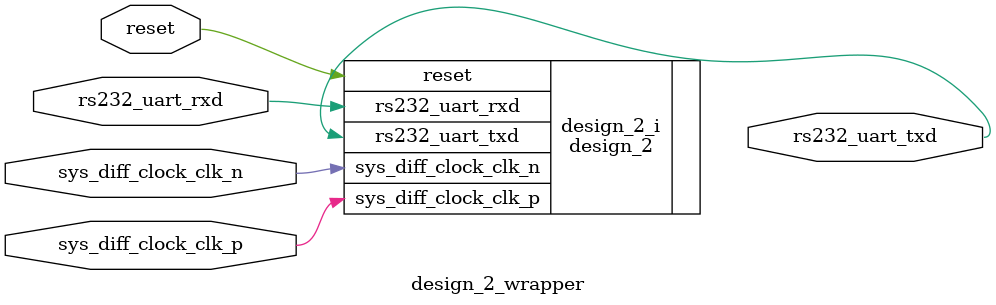
<source format=v>
`timescale 1 ps / 1 ps

module design_2_wrapper
   (reset,
    rs232_uart_rxd,
    rs232_uart_txd,
    sys_diff_clock_clk_n,
    sys_diff_clock_clk_p);
  input reset;
  input rs232_uart_rxd;
  output rs232_uart_txd;
  input sys_diff_clock_clk_n;
  input sys_diff_clock_clk_p;

  wire reset;
  wire rs232_uart_rxd;
  wire rs232_uart_txd;
  wire sys_diff_clock_clk_n;
  wire sys_diff_clock_clk_p;

  design_2 design_2_i
       (.reset(reset),
        .rs232_uart_rxd(rs232_uart_rxd),
        .rs232_uart_txd(rs232_uart_txd),
        .sys_diff_clock_clk_n(sys_diff_clock_clk_n),
        .sys_diff_clock_clk_p(sys_diff_clock_clk_p));
endmodule

</source>
